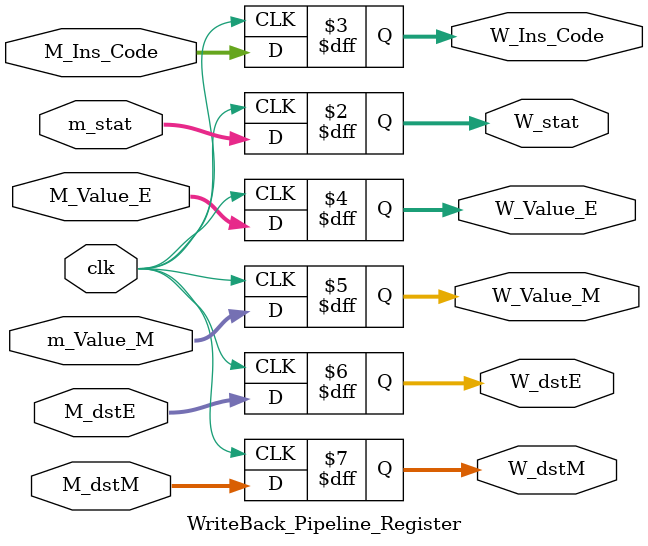
<source format=v>
module WriteBack_Pipeline_Register(
    input clk,
    input [2 : 0] m_stat,
    input [3 : 0] M_Ins_Code,
    input signed [63 : 0] M_Value_E,
    input signed [63 : 0] m_Value_M,
    input [3 : 0] M_dstE,
    input [3 : 0] M_dstM,
    output reg [2 : 0] W_stat,
    output reg [3 : 0] W_Ins_Code,
    output reg signed [63 : 0] W_Value_E,
    output reg signed [63 : 0] W_Value_M,
    output reg [3 : 0] W_dstE,
    output reg [3 : 0] W_dstM

);


always @(posedge clk)begin
    #0.1
    W_stat <= m_stat;
    W_Ins_Code <= M_Ins_Code;
    W_Value_E <= M_Value_E;
    W_Value_M <= m_Value_M;
    W_dstE <= M_dstE;
    W_dstM <= M_dstM;
end
endmodule
</source>
